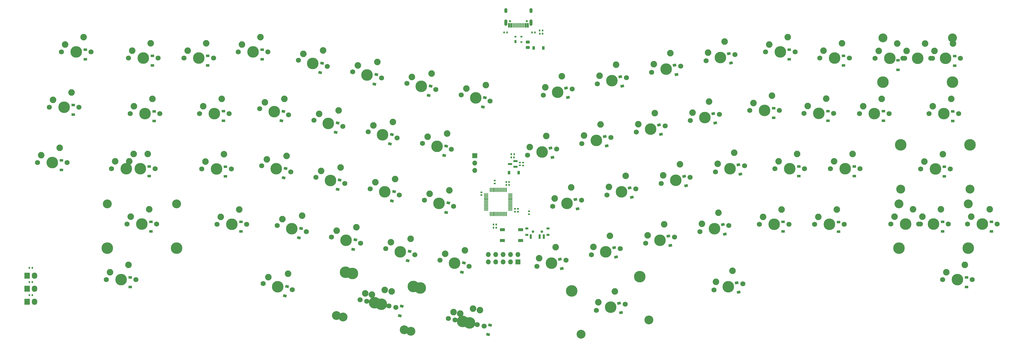
<source format=gbs>
%TF.GenerationSoftware,KiCad,Pcbnew,(6.0.0)*%
%TF.CreationDate,2022-03-08T04:10:16+02:00*%
%TF.ProjectId,Alice_PCB,416c6963-655f-4504-9342-2e6b69636164,rev?*%
%TF.SameCoordinates,Original*%
%TF.FileFunction,Soldermask,Bot*%
%TF.FilePolarity,Negative*%
%FSLAX46Y46*%
G04 Gerber Fmt 4.6, Leading zero omitted, Abs format (unit mm)*
G04 Created by KiCad (PCBNEW (6.0.0)) date 2022-03-08 04:10:16*
%MOMM*%
%LPD*%
G01*
G04 APERTURE LIST*
G04 Aperture macros list*
%AMRoundRect*
0 Rectangle with rounded corners*
0 $1 Rounding radius*
0 $2 $3 $4 $5 $6 $7 $8 $9 X,Y pos of 4 corners*
0 Add a 4 corners polygon primitive as box body*
4,1,4,$2,$3,$4,$5,$6,$7,$8,$9,$2,$3,0*
0 Add four circle primitives for the rounded corners*
1,1,$1+$1,$2,$3*
1,1,$1+$1,$4,$5*
1,1,$1+$1,$6,$7*
1,1,$1+$1,$8,$9*
0 Add four rect primitives between the rounded corners*
20,1,$1+$1,$2,$3,$4,$5,0*
20,1,$1+$1,$4,$5,$6,$7,0*
20,1,$1+$1,$6,$7,$8,$9,0*
20,1,$1+$1,$8,$9,$2,$3,0*%
%AMRotRect*
0 Rectangle, with rotation*
0 The origin of the aperture is its center*
0 $1 length*
0 $2 width*
0 $3 Rotation angle, in degrees counterclockwise*
0 Add horizontal line*
21,1,$1,$2,0,0,$3*%
G04 Aperture macros list end*
%ADD10C,1.750000*%
%ADD11C,3.987800*%
%ADD12C,3.048000*%
%ADD13C,2.250000*%
%ADD14RoundRect,0.140000X-0.140000X-0.170000X0.140000X-0.170000X0.140000X0.170000X-0.140000X0.170000X0*%
%ADD15RoundRect,0.150000X0.587500X0.150000X-0.587500X0.150000X-0.587500X-0.150000X0.587500X-0.150000X0*%
%ADD16R,1.200000X0.900000*%
%ADD17RotRect,0.900000X1.200000X102.000000*%
%ADD18RotRect,0.900000X1.200000X78.000000*%
%ADD19O,1.905000X2.159000*%
%ADD20R,1.905000X2.159000*%
%ADD21RoundRect,0.135000X0.135000X0.185000X-0.135000X0.185000X-0.135000X-0.185000X0.135000X-0.185000X0*%
%ADD22R,1.700000X1.000000*%
%ADD23RoundRect,0.075000X0.075000X-0.662500X0.075000X0.662500X-0.075000X0.662500X-0.075000X-0.662500X0*%
%ADD24RoundRect,0.075000X0.662500X-0.075000X0.662500X0.075000X-0.662500X0.075000X-0.662500X-0.075000X0*%
%ADD25RoundRect,0.135000X-0.185000X0.135000X-0.185000X-0.135000X0.185000X-0.135000X0.185000X0.135000X0*%
%ADD26R,1.000000X0.800000*%
%ADD27C,0.900000*%
%ADD28R,0.700000X1.500000*%
%ADD29RoundRect,0.140000X0.170000X-0.140000X0.170000X0.140000X-0.170000X0.140000X-0.170000X-0.140000X0*%
%ADD30R,0.900000X1.200000*%
%ADD31RoundRect,0.243750X-0.456250X0.243750X-0.456250X-0.243750X0.456250X-0.243750X0.456250X0.243750X0*%
%ADD32RoundRect,0.140000X0.140000X0.170000X-0.140000X0.170000X-0.140000X-0.170000X0.140000X-0.170000X0*%
%ADD33RoundRect,0.135000X0.185000X-0.135000X0.185000X0.135000X-0.185000X0.135000X-0.185000X-0.135000X0*%
%ADD34C,0.750000*%
%ADD35RoundRect,0.050000X-0.300000X-0.725000X0.300000X-0.725000X0.300000X0.725000X-0.300000X0.725000X0*%
%ADD36RoundRect,0.050000X-0.150000X-0.725000X0.150000X-0.725000X0.150000X0.725000X-0.150000X0.725000X0*%
%ADD37O,1.100000X1.700000*%
%ADD38O,1.100000X2.200000*%
%ADD39R,0.700000X1.000000*%
%ADD40R,0.700000X0.600000*%
%ADD41R,1.700000X1.700000*%
%ADD42O,1.700000X1.700000*%
%ADD43RoundRect,0.135000X-0.135000X-0.185000X0.135000X-0.185000X0.135000X0.185000X-0.135000X0.185000X0*%
%ADD44RoundRect,0.140000X-0.170000X0.140000X-0.170000X-0.140000X0.170000X-0.140000X0.170000X0.140000X0*%
G04 APERTURE END LIST*
D10*
%TO.C,MX_Enter1*%
X292336013Y-61277067D03*
D11*
X287256013Y-61277067D03*
D12*
X299162263Y-68262067D03*
D10*
X282176013Y-61277067D03*
D11*
X299162263Y-53022067D03*
D12*
X275349763Y-68262067D03*
D11*
X275349763Y-53022067D03*
D13*
X283446013Y-58737067D03*
X289796013Y-56197067D03*
%TD*%
D11*
%TO.C,MX_Pipe1*%
X290136015Y-42232621D03*
D10*
X285056015Y-42232621D03*
X295216015Y-42232621D03*
D13*
X286326015Y-39692621D03*
X292676015Y-37152621D03*
%TD*%
D11*
%TO.C,MX_K1*%
X198116014Y-65212618D03*
D10*
X193147024Y-66268809D03*
X203085004Y-64156427D03*
D13*
X193861176Y-63520267D03*
X199544318Y-59715532D03*
%TD*%
D11*
%TO.C,MX_Back1*%
X281206014Y-23183966D03*
D10*
X276126014Y-23183966D03*
D12*
X293112264Y-16198966D03*
X269299764Y-16198966D03*
D11*
X293112264Y-31438966D03*
X269299764Y-31438966D03*
D10*
X286286014Y-23183966D03*
D13*
X277396014Y-20643966D03*
X283746014Y-18103966D03*
%TD*%
D10*
%TO.C,MX_RBrc1*%
X261236013Y-42222618D03*
X271396013Y-42222618D03*
D11*
X266316013Y-42222618D03*
D13*
X262506013Y-39682618D03*
X268856013Y-37142618D03*
%TD*%
D10*
%TO.C,MX-0*%
X208537019Y-24048811D03*
X218474999Y-21936429D03*
D11*
X213506009Y-22992620D03*
D13*
X209251171Y-21300269D03*
X214934313Y-17495534D03*
%TD*%
D10*
%TO.C,MX_U1*%
X165927025Y-52578810D03*
D11*
X170896015Y-51522619D03*
D10*
X175865005Y-50466428D03*
D13*
X166641177Y-49830268D03*
X172324319Y-46025533D03*
%TD*%
D10*
%TO.C,MX_D1*%
X74607024Y-64196426D03*
D11*
X79576014Y-65252617D03*
D10*
X84545004Y-66308808D03*
D13*
X76377367Y-61975979D03*
X83116700Y-60811723D03*
%TD*%
D10*
%TO.C,MX_N1*%
X169167021Y-90868809D03*
D11*
X174136011Y-89812618D03*
D10*
X179105001Y-88756427D03*
D13*
X169881173Y-88120267D03*
X175564315Y-84315532D03*
%TD*%
D11*
%TO.C,MX_E1*%
X78876012Y-45612618D03*
D10*
X83845002Y-46668809D03*
X73907022Y-44556427D03*
D13*
X75677365Y-42335980D03*
X82416698Y-41171724D03*
%TD*%
D11*
%TO.C,MX_M1*%
X192756014Y-85832621D03*
D10*
X187787024Y-86888812D03*
X197725004Y-84776430D03*
D13*
X188501176Y-84140270D03*
X194184318Y-80335535D03*
%TD*%
D10*
%TO.C,MX_B2*%
X150517025Y-94818810D03*
D11*
X155486015Y-93762619D03*
D10*
X160455005Y-92706428D03*
D13*
X151231177Y-92070268D03*
X156914319Y-88265533D03*
%TD*%
D10*
%TO.C,MX_Dn1*%
X-20973985Y-59132616D03*
X-10813985Y-59132616D03*
D11*
X-15893985Y-59132616D03*
D13*
X-19703985Y-56592616D03*
X-13353985Y-54052616D03*
%TD*%
D10*
%TO.C,MX_LFn2*%
X120047026Y-112776425D03*
D11*
X125016016Y-113832616D03*
D10*
X129985006Y-114888807D03*
D13*
X121817369Y-110555978D03*
X128556702Y-109391722D03*
%TD*%
D11*
%TO.C,MX_Caps1*%
X14296016Y-61222621D03*
D10*
X9216016Y-61222621D03*
X19376016Y-61222621D03*
D13*
X10486016Y-58682621D03*
X16836016Y-56142621D03*
%TD*%
D10*
%TO.C,MX_Esc1*%
X20426015Y-23162618D03*
D11*
X15346015Y-23162618D03*
D10*
X10266015Y-23162618D03*
D13*
X11536015Y-20622618D03*
X17886015Y-18082618D03*
%TD*%
D10*
%TO.C,MX_9*%
X189887025Y-28018811D03*
D11*
X194856015Y-26962620D03*
D10*
X199825005Y-25906429D03*
D13*
X190601177Y-25270269D03*
X196284319Y-21465534D03*
%TD*%
D10*
%TO.C,MX_Comm1*%
X216365009Y-80816426D03*
D11*
X211396019Y-81872617D03*
D10*
X206427029Y-82928808D03*
D13*
X207141181Y-80180266D03*
X212824323Y-76375531D03*
%TD*%
D10*
%TO.C,MX_LBrc1*%
X252356014Y-42202621D03*
X242196014Y-42202621D03*
D11*
X247276014Y-42202621D03*
D13*
X243466014Y-39662621D03*
X249816014Y-37122621D03*
%TD*%
D10*
%TO.C,MX_B1*%
X127165004Y-94828810D03*
D11*
X122196014Y-93772619D03*
D10*
X117227024Y-92716428D03*
D13*
X118997367Y-90495981D03*
X125736700Y-89331725D03*
%TD*%
D11*
%TO.C,MX_Z1*%
X45786012Y-80322613D03*
D10*
X50866012Y-80322613D03*
X40706012Y-80322613D03*
D13*
X41976012Y-77782613D03*
X48326012Y-75242613D03*
%TD*%
D10*
%TO.C,MX_W1*%
X55307024Y-40566425D03*
X65245004Y-42678807D03*
D11*
X60276014Y-41622616D03*
D13*
X57077367Y-38345978D03*
X63816700Y-37181722D03*
%TD*%
D10*
%TO.C,MX_Stop1*%
X226816014Y-80322620D03*
D11*
X231896014Y-80322620D03*
D10*
X236976014Y-80322620D03*
D13*
X228086014Y-77782620D03*
X234436014Y-75242620D03*
%TD*%
%TO.C,MX_R1*%
X101056700Y-45121726D03*
X94317367Y-46285982D03*
D10*
X102485004Y-50618811D03*
X92547024Y-48506429D03*
D11*
X97516014Y-49562620D03*
%TD*%
D10*
%TO.C,MX_RAlt1*%
X221175007Y-100816427D03*
X211237027Y-102928809D03*
D11*
X216206017Y-101872618D03*
D13*
X211951179Y-100180267D03*
X217634321Y-96375532D03*
%TD*%
D10*
%TO.C,MX_LAlt1*%
X66455006Y-102918806D03*
D11*
X61486016Y-101862615D03*
D10*
X56517026Y-100806424D03*
D13*
X58287369Y-98585977D03*
X65026702Y-97421721D03*
%TD*%
D11*
%TO.C,MX_X1*%
X66306014Y-81872620D03*
D10*
X61337024Y-80816429D03*
X71275004Y-82928811D03*
D13*
X63107367Y-78595982D03*
X69846700Y-77431726D03*
%TD*%
D10*
%TO.C,MX_RSft2*%
X282166016Y-80298874D03*
X272006016Y-80298874D03*
D11*
X277086016Y-80298874D03*
D13*
X273276016Y-77758874D03*
X279626016Y-75218874D03*
%TD*%
D11*
%TO.C,MX_Pipe2*%
X271636019Y-23183975D03*
D10*
X266556019Y-23183975D03*
X276716019Y-23183975D03*
D13*
X267826019Y-20643975D03*
X274176019Y-18103975D03*
%TD*%
D11*
%TO.C,MX_4*%
X92166014Y-28932617D03*
D10*
X87197024Y-27876426D03*
X97135004Y-29988808D03*
D13*
X88967367Y-25655979D03*
X95706700Y-24491723D03*
%TD*%
D10*
%TO.C,MX_F1*%
X103195005Y-70248811D03*
X93257025Y-68136429D03*
D11*
X98226015Y-69192620D03*
D13*
X95027368Y-65915982D03*
X101766701Y-64751726D03*
%TD*%
D10*
%TO.C,MX_RSpc1*%
X180785002Y-107876423D03*
D11*
X175816012Y-108932614D03*
D12*
X188914345Y-113289526D03*
D11*
X185745771Y-98382557D03*
X162453631Y-103333454D03*
D12*
X165622205Y-118240424D03*
D10*
X170847022Y-109988805D03*
D13*
X171561174Y-107240263D03*
X177244316Y-103435528D03*
%TD*%
D10*
%TO.C,MX_T1*%
X121125003Y-54578806D03*
D11*
X116156013Y-53522615D03*
D10*
X111187023Y-52466424D03*
D13*
X112957366Y-50245977D03*
X119696699Y-49081721D03*
%TD*%
D10*
%TO.C,MX_Slsh1*%
X256006008Y-80342619D03*
D11*
X250926008Y-80342619D03*
D10*
X245846008Y-80342619D03*
D13*
X247116008Y-77802619D03*
X253466008Y-75262619D03*
%TD*%
D10*
%TO.C,MX_Tab1*%
X10866015Y-42222621D03*
X21026015Y-42222621D03*
D11*
X15946015Y-42222621D03*
D13*
X12136015Y-39682621D03*
X18486015Y-37142621D03*
%TD*%
D11*
%TO.C,MX_RCtl1*%
X294866015Y-99412618D03*
D10*
X289786015Y-99412618D03*
X299946015Y-99412618D03*
D13*
X291056015Y-96872618D03*
X297406015Y-94332618D03*
%TD*%
D11*
%TO.C,MX_Up1*%
X-11833989Y-40072611D03*
D10*
X-16913989Y-40072611D03*
X-6753989Y-40072611D03*
D13*
X-15643989Y-37532611D03*
X-9293989Y-34992611D03*
%TD*%
D10*
%TO.C,MX_S1*%
X65945003Y-62318808D03*
D11*
X60976013Y-61262617D03*
D10*
X56007023Y-60206426D03*
D13*
X57777366Y-57985979D03*
X64516699Y-56821723D03*
%TD*%
D11*
%TO.C,MX_LSpc2*%
X94736014Y-107392620D03*
X84806255Y-96842563D03*
D12*
X104929821Y-116700430D03*
D10*
X99705004Y-108448811D03*
X89767024Y-106336429D03*
D12*
X81637681Y-111749532D03*
D11*
X108098395Y-101793460D03*
D13*
X91537367Y-104115982D03*
X98276700Y-102951726D03*
%TD*%
D10*
%TO.C,MX_3*%
X78505002Y-26038810D03*
D11*
X73536012Y-24982619D03*
D10*
X68567022Y-23926428D03*
D13*
X70337365Y-21705981D03*
X77076698Y-20541725D03*
%TD*%
D10*
%TO.C,MX_V1*%
X108535004Y-90858809D03*
D11*
X103566014Y-89802618D03*
D10*
X98597024Y-88746427D03*
D13*
X100367367Y-86525980D03*
X107106700Y-85361724D03*
%TD*%
D11*
%TO.C,MX_O1*%
X208146015Y-43612619D03*
D10*
X203177025Y-44668810D03*
X213115005Y-42556428D03*
D13*
X203891177Y-41920268D03*
X209574319Y-38115533D03*
%TD*%
D11*
%TO.C,MX_Dash1*%
X234026016Y-21012621D03*
D10*
X228946016Y-21012621D03*
X239106016Y-21012621D03*
D13*
X230216016Y-18472621D03*
X236566016Y-15932621D03*
%TD*%
D10*
%TO.C,MX_Eql1*%
X257716014Y-23152616D03*
D11*
X252636014Y-23152616D03*
D10*
X247556014Y-23152616D03*
D13*
X248826014Y-20612616D03*
X255176014Y-18072616D03*
%TD*%
D10*
%TO.C,MX_Scln1*%
X232176015Y-61262612D03*
X242336015Y-61262612D03*
D11*
X237256015Y-61262612D03*
D13*
X233446015Y-58722612D03*
X239796015Y-56182612D03*
%TD*%
%TO.C,MX_2*%
X55576016Y-15937963D03*
X49226016Y-18477963D03*
D10*
X58116016Y-21017963D03*
X47956016Y-21017963D03*
D11*
X53036016Y-21017963D03*
%TD*%
%TO.C,MX_LSpc1*%
X110398397Y-102283464D03*
D10*
X92067026Y-106826433D03*
D11*
X87106257Y-97332567D03*
D12*
X107229823Y-117190434D03*
D11*
X97036016Y-107882624D03*
D10*
X102005006Y-108938815D03*
D12*
X83937683Y-112239536D03*
D13*
X93837369Y-104605986D03*
X100576702Y-103441730D03*
%TD*%
D10*
%TO.C,MX_Q1*%
X44826013Y-42222620D03*
X34666013Y-42222620D03*
D11*
X39746013Y-42222620D03*
D13*
X35936013Y-39682620D03*
X42286013Y-37142620D03*
%TD*%
D10*
%TO.C,MX_I1*%
X194495006Y-46516425D03*
X184557026Y-48628807D03*
D11*
X189526016Y-47572616D03*
D13*
X185271178Y-45880265D03*
X190954320Y-42075530D03*
%TD*%
D11*
%TO.C,MX_Caps2*%
X9506014Y-61252614D03*
D10*
X4426014Y-61252614D03*
X14586014Y-61252614D03*
D13*
X5696014Y-58712614D03*
X12046014Y-56172614D03*
%TD*%
D10*
%TO.C,MX_5*%
X115755004Y-33958811D03*
D11*
X110786014Y-32902620D03*
D10*
X105817024Y-31846429D03*
D13*
X107587367Y-29625982D03*
X114326700Y-28461726D03*
%TD*%
D11*
%TO.C,MX_8*%
X176226014Y-30942617D03*
D10*
X171257024Y-31998808D03*
X181195004Y-29886426D03*
D13*
X171971176Y-29250266D03*
X177654318Y-25445531D03*
%TD*%
D10*
%TO.C,MX_Quot1*%
X251226015Y-61262618D03*
X261386015Y-61262618D03*
D11*
X256306015Y-61262618D03*
D13*
X252496015Y-58722618D03*
X258846015Y-56182618D03*
%TD*%
D10*
%TO.C,MX_C1*%
X89905004Y-86888807D03*
D11*
X84936014Y-85832616D03*
D10*
X79967024Y-84776425D03*
D13*
X81737367Y-82555978D03*
X88476700Y-81391722D03*
%TD*%
D10*
%TO.C,MX_6*%
X134415005Y-37918810D03*
D11*
X129446015Y-36862619D03*
D10*
X124477025Y-35806428D03*
D13*
X126247368Y-33585981D03*
X132986701Y-32421725D03*
%TD*%
D10*
%TO.C,MX_A1*%
X35376012Y-61278864D03*
X45536012Y-61278864D03*
D11*
X40456012Y-61278864D03*
D13*
X36646012Y-58738864D03*
X42996012Y-56198864D03*
%TD*%
D10*
%TO.C,MX_Back2*%
X295846015Y-23183966D03*
D11*
X290766015Y-23183966D03*
D10*
X285686015Y-23183966D03*
D13*
X286956015Y-20643966D03*
X293306015Y-18103966D03*
%TD*%
D11*
%TO.C,MX_H1*%
X160846016Y-73162620D03*
D10*
X165815006Y-72106429D03*
X155877026Y-74218811D03*
D13*
X156591178Y-71470269D03*
X162274320Y-67665534D03*
%TD*%
D10*
%TO.C,MX_Y1*%
X147277024Y-56548810D03*
D11*
X152246014Y-55492619D03*
D10*
X157215004Y-54436428D03*
D13*
X147991176Y-53800268D03*
X153674318Y-49995533D03*
%TD*%
D10*
%TO.C,MX_7*%
X152647024Y-35938807D03*
X162585004Y-33826425D03*
D11*
X157616014Y-34882616D03*
D13*
X153361176Y-33190265D03*
X159044318Y-29385530D03*
%TD*%
D10*
%TO.C,MX_P1*%
X233706013Y-41162616D03*
D11*
X228626013Y-41162616D03*
D10*
X223546013Y-41162616D03*
D13*
X224816013Y-38622616D03*
X231166013Y-36082616D03*
%TD*%
D11*
%TO.C,MX_Fn1*%
X303396014Y-80298868D03*
D10*
X298316014Y-80298868D03*
X308476014Y-80298868D03*
D13*
X299586014Y-77758868D03*
X305936014Y-75218868D03*
%TD*%
D12*
%TO.C,MX_RSft1*%
X274749762Y-73313866D03*
D11*
X274749762Y-88553866D03*
X298562262Y-88553866D03*
D12*
X298562262Y-73313866D03*
D10*
X291736012Y-80298866D03*
D11*
X286656012Y-80298866D03*
D10*
X281576012Y-80298866D03*
D13*
X282846012Y-77758866D03*
X289196012Y-75218866D03*
%TD*%
D10*
%TO.C,MX_G1*%
X111887019Y-72086427D03*
D11*
X116856009Y-73142618D03*
D10*
X121824999Y-74198809D03*
D13*
X113657362Y-69865980D03*
X120396695Y-68701724D03*
%TD*%
D11*
%TO.C,MX_LCtl1*%
X7726015Y-99382619D03*
D10*
X2646015Y-99382619D03*
X12806015Y-99382619D03*
D13*
X3916015Y-96842619D03*
X10266015Y-94302619D03*
%TD*%
D10*
%TO.C,MX_L1*%
X221735000Y-60186427D03*
X211797020Y-62298809D03*
D11*
X216766010Y-61242618D03*
D13*
X212511172Y-59550267D03*
X218194314Y-55745532D03*
%TD*%
D11*
%TO.C,MX_LSft1*%
X14856014Y-80318170D03*
D12*
X26762264Y-73333170D03*
D10*
X19936014Y-80318170D03*
X9776014Y-80318170D03*
D11*
X2949764Y-88573170D03*
X26762264Y-88573170D03*
D12*
X2949764Y-73333170D03*
D13*
X11046014Y-77778170D03*
X17396014Y-75238170D03*
%TD*%
D10*
%TO.C,MX_Del1*%
X-12749073Y-21033970D03*
D11*
X-7669073Y-21033970D03*
D10*
X-2589073Y-21033970D03*
D13*
X-11479073Y-18493970D03*
X-5129073Y-15953970D03*
%TD*%
D10*
%TO.C,MX_1*%
X39456014Y-23162619D03*
D11*
X34376014Y-23162619D03*
D10*
X29296014Y-23162619D03*
D13*
X30566014Y-20622619D03*
X36916014Y-18082619D03*
%TD*%
D11*
%TO.C,MX_J1*%
X179486015Y-69202618D03*
D10*
X184455005Y-68146427D03*
X174517025Y-70258809D03*
D13*
X175231177Y-67510267D03*
X180914319Y-63705532D03*
%TD*%
D10*
%TO.C,MX_LFn1*%
X132325001Y-115388813D03*
X122387021Y-113276431D03*
D11*
X127356011Y-114332622D03*
D13*
X124157364Y-111055984D03*
X130896697Y-109891728D03*
%TD*%
D14*
%TO.C,C_VDDA1*%
X135576016Y-80472615D03*
X136536016Y-80472615D03*
%TD*%
D15*
%TO.C,U_Power1*%
X143083512Y-58642619D03*
X143083512Y-60542619D03*
X141208512Y-59592619D03*
%TD*%
D16*
%TO.C,D_SW_LSft1*%
X17956019Y-82851924D03*
X17956019Y-79551924D03*
%TD*%
D17*
%TO.C,D_SW_Comm1*%
X214959033Y-83711287D03*
X214272925Y-80483399D03*
%TD*%
D14*
%TO.C,C_VDDA2*%
X135576007Y-81552617D03*
X136536007Y-81552617D03*
%TD*%
D17*
%TO.C,D_SW_B2*%
X159043357Y-95595415D03*
X158357249Y-92367527D03*
%TD*%
D18*
%TO.C,D_SW_W1*%
X62777946Y-44746551D03*
X63464054Y-41518663D03*
%TD*%
D19*
%TO.C,D_LED_Scroll1*%
X-21979076Y-102513973D03*
D20*
X-24519076Y-102513973D03*
%TD*%
D16*
%TO.C,D_SW_PP2*%
X274446017Y-27207720D03*
X274446017Y-23907720D03*
%TD*%
D21*
%TO.C,R_LED2*%
X-22739073Y-100263968D03*
X-23759073Y-100263968D03*
%TD*%
D17*
%TO.C,D_SW_L1*%
X220322546Y-63079612D03*
X219636438Y-59851724D03*
%TD*%
D21*
%TO.C,R_Shield1*%
X152440921Y-13633976D03*
X151420921Y-13633976D03*
%TD*%
D16*
%TO.C,D_SW_1*%
X37476023Y-25696369D03*
X37476023Y-22396369D03*
%TD*%
%TO.C,D_SW_LCtl1*%
X10826014Y-101916366D03*
X10826014Y-98616366D03*
%TD*%
D22*
%TO.C,RESET1*%
X144916014Y-82182621D03*
X138616014Y-82182621D03*
X138616014Y-85982621D03*
X144916014Y-85982621D03*
%TD*%
D23*
%TO.C,U_MCU1*%
X139956012Y-76845114D03*
X139456012Y-76845114D03*
X138956012Y-76845114D03*
X138456012Y-76845114D03*
X137956012Y-76845114D03*
X137456012Y-76845114D03*
X136956012Y-76845114D03*
X136456012Y-76845114D03*
X135956012Y-76845114D03*
X135456012Y-76845114D03*
X134956012Y-76845114D03*
X134456012Y-76845114D03*
D24*
X133043512Y-75432614D03*
X133043512Y-74932614D03*
X133043512Y-74432614D03*
X133043512Y-73932614D03*
X133043512Y-73432614D03*
X133043512Y-72932614D03*
X133043512Y-72432614D03*
X133043512Y-71932614D03*
X133043512Y-71432614D03*
X133043512Y-70932614D03*
X133043512Y-70432614D03*
X133043512Y-69932614D03*
D23*
X134456012Y-68520114D03*
X134956012Y-68520114D03*
X135456012Y-68520114D03*
X135956012Y-68520114D03*
X136456012Y-68520114D03*
X136956012Y-68520114D03*
X137456012Y-68520114D03*
X137956012Y-68520114D03*
X138456012Y-68520114D03*
X138956012Y-68520114D03*
X139456012Y-68520114D03*
X139956012Y-68520114D03*
D24*
X141368512Y-69932614D03*
X141368512Y-70432614D03*
X141368512Y-70932614D03*
X141368512Y-71432614D03*
X141368512Y-71932614D03*
X141368512Y-72432614D03*
X141368512Y-72932614D03*
X141368512Y-73432614D03*
X141368512Y-73932614D03*
X141368512Y-74432614D03*
X141368512Y-74932614D03*
X141368512Y-75432614D03*
%TD*%
D25*
%TO.C,R_BOOT1*%
X147726017Y-75902617D03*
X147726017Y-76922617D03*
%TD*%
D26*
%TO.C,BOOT1*%
X146986013Y-81767613D03*
X154286013Y-83977613D03*
D27*
X152136013Y-82867613D03*
D26*
X154286013Y-81767613D03*
D27*
X149136013Y-82867613D03*
D26*
X146986013Y-83977613D03*
D28*
X148386013Y-84627613D03*
X151386013Y-84627613D03*
X152886013Y-84627613D03*
%TD*%
D29*
%TO.C,C_VDD2*%
X143996012Y-76012617D03*
X143996012Y-75052617D03*
%TD*%
D16*
%TO.C,D_SW_Del1*%
X-4569071Y-23567722D03*
X-4569071Y-20267722D03*
%TD*%
D30*
%TO.C,D_PWR1*%
X152670927Y-19683968D03*
X149370927Y-19683968D03*
%TD*%
D16*
%TO.C,D_SW_Esc1*%
X18446005Y-25696364D03*
X18446005Y-22396364D03*
%TD*%
D18*
%TO.C,D_SW_6*%
X131951620Y-39980510D03*
X132637728Y-36752622D03*
%TD*%
D31*
%TO.C,F1*%
X147310921Y-17646470D03*
X147310921Y-19521470D03*
%TD*%
D18*
%TO.C,D_SW_4*%
X94675834Y-32063522D03*
X95361942Y-28835634D03*
%TD*%
D16*
%TO.C,D_SW_Quot1*%
X259406016Y-63796362D03*
X259406016Y-60496362D03*
%TD*%
D18*
%TO.C,D_SW_F1*%
X100727551Y-72310975D03*
X101413659Y-69083087D03*
%TD*%
D17*
%TO.C,D_SW_J1*%
X183038841Y-71036397D03*
X182352733Y-67808509D03*
%TD*%
D16*
%TO.C,D_SW_A1*%
X43556015Y-63812617D03*
X43556015Y-60512617D03*
%TD*%
D17*
%TO.C,D_SW_8*%
X179777596Y-32778877D03*
X179091488Y-29550989D03*
%TD*%
%TO.C,D_SW_H1*%
X164408961Y-75003532D03*
X163722853Y-71775644D03*
%TD*%
D16*
%TO.C,D_SW_Tab1*%
X19046016Y-44766370D03*
X19046016Y-41466370D03*
%TD*%
D17*
%TO.C,D_SW_7*%
X161173346Y-36714367D03*
X160487238Y-33486479D03*
%TD*%
D16*
%TO.C,D_SW_Slsh1*%
X254026021Y-82876367D03*
X254026021Y-79576367D03*
%TD*%
D19*
%TO.C,D_LED_Layer1*%
X-21979072Y-107023980D03*
D20*
X-24519072Y-107023980D03*
%TD*%
D32*
%TO.C,C_VDDIO2*%
X140946018Y-65762617D03*
X139986018Y-65762617D03*
%TD*%
D16*
%TO.C,D_SW_Rsft1*%
X289756015Y-82832616D03*
X289756015Y-79532616D03*
%TD*%
D33*
%TO.C,R_LDO2*%
X145766013Y-60102614D03*
X145766013Y-59082614D03*
%TD*%
D16*
%TO.C,D_SW_Enter1*%
X290356017Y-63810825D03*
X290356017Y-60510825D03*
%TD*%
%TO.C,D_SW_Back1*%
X293866014Y-25717723D03*
X293866014Y-22417723D03*
%TD*%
D18*
%TO.C,D_SW_S1*%
X63483622Y-64386276D03*
X64169730Y-61158388D03*
%TD*%
%TO.C,D_SW_R1*%
X100697758Y-49455451D03*
X100011650Y-52683339D03*
%TD*%
D34*
%TO.C,USB1*%
X147020923Y-10443968D03*
X141240923Y-10443968D03*
D35*
X140905923Y-11888968D03*
X141680923Y-11888968D03*
D36*
X142380923Y-11888968D03*
X142880923Y-11888968D03*
X143380923Y-11888968D03*
X143880923Y-11888968D03*
X144380923Y-11888968D03*
X144880923Y-11888968D03*
X145380923Y-11888968D03*
X145880923Y-11888968D03*
D35*
X146580923Y-11888968D03*
X147355923Y-11888968D03*
D37*
X139810923Y-6793968D03*
D38*
X148450923Y-10973968D03*
X139810923Y-10973968D03*
D37*
X148450923Y-6793968D03*
%TD*%
D17*
%TO.C,D_SW_Y1*%
X155800045Y-57328116D03*
X155113937Y-54100228D03*
%TD*%
D18*
%TO.C,D_SW_X1*%
X68807575Y-84993796D03*
X69493683Y-81765908D03*
%TD*%
D17*
%TO.C,D_SW_M1*%
X196317067Y-87668647D03*
X195630959Y-84440759D03*
%TD*%
D19*
%TO.C,D_LED_Caps1*%
X-21979073Y-98023975D03*
D20*
X-24519073Y-98023975D03*
%TD*%
D29*
%TO.C,C_LDO2*%
X144626009Y-60072616D03*
X144626009Y-59112616D03*
%TD*%
D16*
%TO.C,D_SW_Caps1*%
X17396015Y-63756369D03*
X17396015Y-60456369D03*
%TD*%
D17*
%TO.C,D_SW_9*%
X198417063Y-28797583D03*
X197730955Y-25569695D03*
%TD*%
D16*
%TO.C,D_SW_Scln1*%
X240356023Y-63796374D03*
X240356023Y-60496374D03*
%TD*%
D17*
%TO.C,D_SW_Ie*%
X193085830Y-49401118D03*
X192399722Y-46173230D03*
%TD*%
D18*
%TO.C,D_SW_3*%
X76034098Y-28104089D03*
X76720206Y-24876201D03*
%TD*%
%TO.C,D_SW_LSpc1*%
X103413237Y-111824681D03*
X104099345Y-108596793D03*
%TD*%
D39*
%TO.C,D_ESD1*%
X143120932Y-17423971D03*
D40*
X143120932Y-15723971D03*
X145120932Y-15723971D03*
X145120932Y-17623971D03*
%TD*%
D18*
%TO.C,D_SW_B1*%
X124699092Y-96897491D03*
X125385200Y-93669603D03*
%TD*%
D32*
%TO.C,C_Shield1*%
X152410931Y-14713975D03*
X151450931Y-14713975D03*
%TD*%
D16*
%TO.C,D_SW_Eql1*%
X255736018Y-25686372D03*
X255736018Y-22386372D03*
%TD*%
%TO.C,D_SW_LBrc1*%
X250376011Y-44736378D03*
X250376011Y-41436378D03*
%TD*%
D21*
%TO.C,R_LED3*%
X-22739078Y-104763967D03*
X-23759078Y-104763967D03*
%TD*%
D17*
%TO.C,D_SW_RSpc1*%
X179375888Y-110766332D03*
X178689780Y-107538444D03*
%TD*%
D21*
%TO.C,R_LED1*%
X-22739076Y-95333976D03*
X-23759076Y-95333976D03*
%TD*%
D16*
%TO.C,D_SW_RCtl1*%
X297966019Y-101946371D03*
X297966019Y-98646371D03*
%TD*%
%TO.C,D_SW_Fn1*%
X306496013Y-82832620D03*
X306496013Y-79532620D03*
%TD*%
%TO.C,D_SW_P1*%
X231726011Y-43696370D03*
X231726011Y-40396370D03*
%TD*%
D41*
%TO.C,J_SWD1*%
X143921018Y-93301367D03*
D42*
X143921018Y-90761367D03*
X141381018Y-93301367D03*
X141381018Y-90761367D03*
X138841018Y-93301367D03*
X138841018Y-90761367D03*
X136301018Y-93301367D03*
X136301018Y-90761367D03*
X133761018Y-93301367D03*
X133761018Y-90761367D03*
%TD*%
D17*
%TO.C,D_SW_RAlt1*%
X219758310Y-103705919D03*
X219072202Y-100478031D03*
%TD*%
D18*
%TO.C,D_SW_D1*%
X82077890Y-68371771D03*
X82763998Y-65143883D03*
%TD*%
%TO.C,D_SW_V1*%
X106069218Y-92930362D03*
X106755326Y-89702474D03*
%TD*%
%TO.C,D_SW_C1*%
X87437252Y-88963005D03*
X88123360Y-85735117D03*
%TD*%
D30*
%TO.C,D_LDO1*%
X140926011Y-62572619D03*
X144226011Y-62572619D03*
%TD*%
D16*
%TO.C,D_SW_Stop1*%
X234996017Y-82856371D03*
X234996017Y-79556371D03*
%TD*%
D41*
%TO.C,J_RGB1*%
X129106017Y-56752619D03*
D42*
X129106017Y-59292619D03*
X129106017Y-61832619D03*
%TD*%
D16*
%TO.C,D_SW_RBrc1*%
X269416011Y-44756365D03*
X269416011Y-41456365D03*
%TD*%
D14*
%TO.C,C_LDO1*%
X141666013Y-57312611D03*
X142626013Y-57312611D03*
%TD*%
D18*
%TO.C,D_SW_E1*%
X81379697Y-48735986D03*
X82065805Y-45508098D03*
%TD*%
D16*
%TO.C,D_SW_Q1*%
X42846013Y-44756367D03*
X42846013Y-41456367D03*
%TD*%
D21*
%TO.C,R_USB2*%
X140220924Y-14333973D03*
X139200924Y-14333973D03*
%TD*%
D43*
%TO.C,R_USB1*%
X148750923Y-14333971D03*
X149770923Y-14333971D03*
%TD*%
D32*
%TO.C,C_VDDIO1*%
X140946009Y-66812615D03*
X139986009Y-66812615D03*
%TD*%
D17*
%TO.C,D_SW_N1*%
X177695101Y-91646000D03*
X177008993Y-88418112D03*
%TD*%
D33*
%TO.C,R_RGB1*%
X135966016Y-66322618D03*
X135966016Y-65302618D03*
%TD*%
D17*
%TO.C,D_SW_U1*%
X174453870Y-53358477D03*
X173767762Y-50130589D03*
%TD*%
D16*
%TO.C,D_SW_Pipe1*%
X293236020Y-44766371D03*
X293236020Y-41466371D03*
%TD*%
D18*
%TO.C,D_SW_G1*%
X119359300Y-76260408D03*
X120045408Y-73032520D03*
%TD*%
D17*
%TO.C,D_SW_K1*%
X201668729Y-67049273D03*
X200982621Y-63821385D03*
%TD*%
D16*
%TO.C,D_SW_Up1*%
X-8733979Y-42606372D03*
X-8733979Y-39306372D03*
%TD*%
D18*
%TO.C,D_SW_5*%
X113297365Y-36025034D03*
X113983473Y-32797146D03*
%TD*%
D43*
%TO.C,R_LDO1*%
X141636011Y-56222615D03*
X142656011Y-56222615D03*
%TD*%
D16*
%TO.C,D_SW_Dn1*%
X-12793984Y-61666365D03*
X-12793984Y-58366365D03*
%TD*%
D18*
%TO.C,D_SW_LFn1*%
X133732756Y-118279065D03*
X134418864Y-115051177D03*
%TD*%
D16*
%TO.C,D_SW_Dash1*%
X237126019Y-23546366D03*
X237126019Y-20246366D03*
%TD*%
%TO.C,D_SW_Z1*%
X48886010Y-82856363D03*
X48886010Y-79556363D03*
%TD*%
D18*
%TO.C,D_SW_T1*%
X118663404Y-56642767D03*
X119349512Y-53414879D03*
%TD*%
D44*
%TO.C,C_VDD3*%
X131466012Y-69342613D03*
X131466012Y-70302613D03*
%TD*%
D29*
%TO.C,C_VDD1*%
X142926014Y-76012612D03*
X142926014Y-75052612D03*
%TD*%
D18*
%TO.C,D_SW_LAlt1*%
X63986231Y-104988193D03*
X64672339Y-101760305D03*
%TD*%
D17*
%TO.C,D_SW_0*%
X217070871Y-24827936D03*
X216384763Y-21600048D03*
%TD*%
D16*
%TO.C,D_SW_2*%
X56136003Y-20251711D03*
X56136003Y-23551711D03*
%TD*%
D17*
%TO.C,D_SW_O1*%
X211707578Y-45451694D03*
X211021470Y-42223806D03*
%TD*%
M02*

</source>
